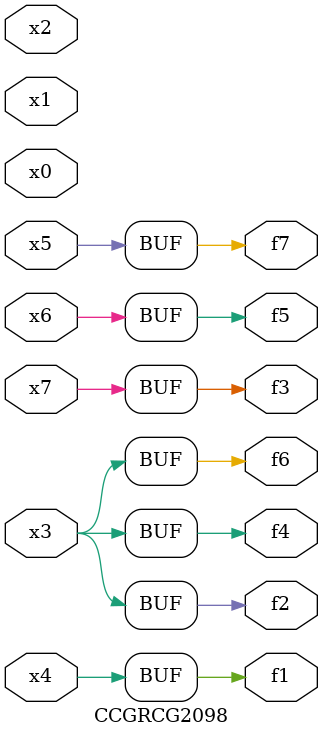
<source format=v>
module CCGRCG2098(
	input x0, x1, x2, x3, x4, x5, x6, x7,
	output f1, f2, f3, f4, f5, f6, f7
);
	assign f1 = x4;
	assign f2 = x3;
	assign f3 = x7;
	assign f4 = x3;
	assign f5 = x6;
	assign f6 = x3;
	assign f7 = x5;
endmodule

</source>
